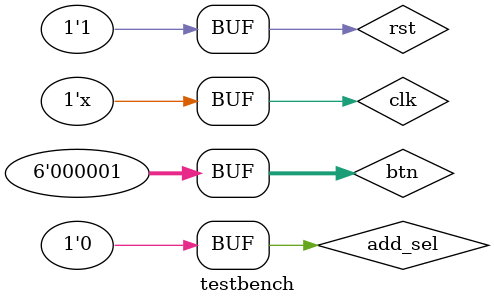
<source format=v>
`timescale 1us / 1ns

module testbench();

reg clk, rst;
reg [5:0] btn;
reg add_sel;

wire dac_csn, dac_ldacn, dac_wrn, dac_a_b;
wire [7:0] dac_d;
wire [7:0] led_out;

DAC DtoAC(clk, rst, btn, add_sel, dac_csn, dac_ldacn, dac_wrn, dac_a_b, dac_d, led_out);

initial begin
    clk = 0;
    rst = 0;
    add_sel = 0;
    btn = 6'b000000;
    #4 rst = 1;
    #4000 btn = 6'b000100; //+2
    #4000 btn = 6'b000001; //+8
    #4000 btn = 6'b000100; //+2
    #4000 btn = 6'b000001; //+8

    #4000 btn = 6'b100000; //-1
    #4000 btn = 6'b010000; //+1
    #4000 btn = 6'b001000; //-2
    #4000 btn = 6'b000100; //+2
    #4000 btn = 6'b000010; //-8
    #4000 btn = 6'b000001; //+8
end

always begin
    #0.5 clk <= ~clk; //period is 1us
end    
// #1 == 1us
endmodule
</source>
